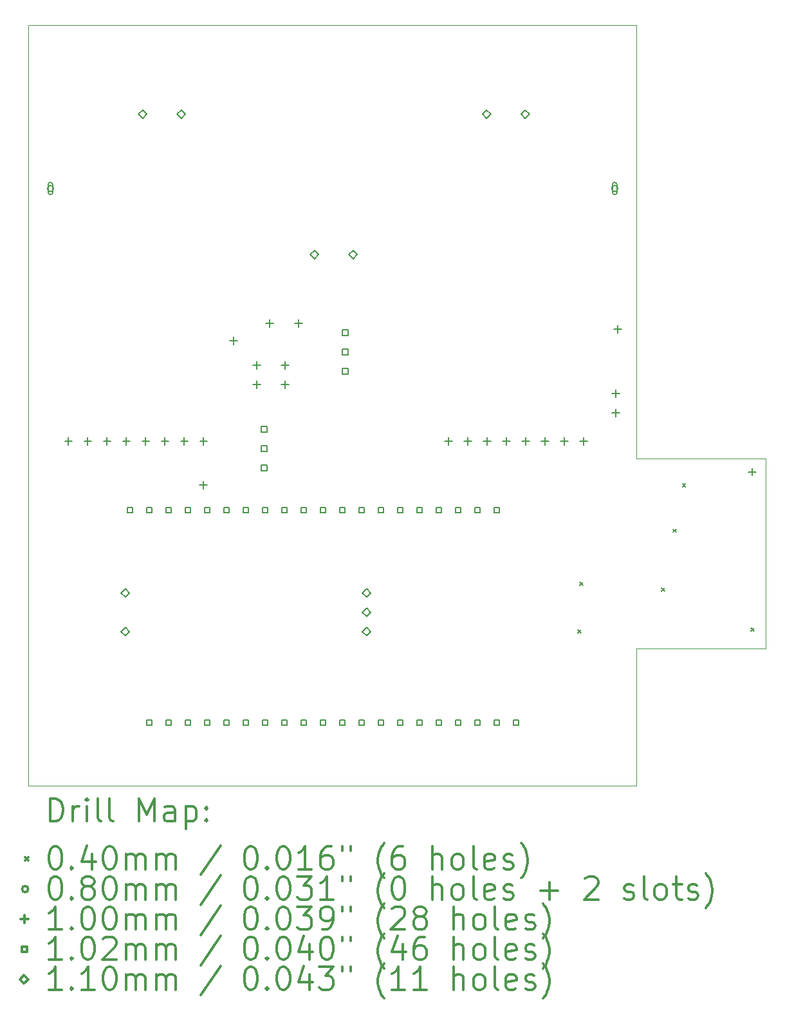
<source format=gbr>
%FSLAX45Y45*%
G04 Gerber Fmt 4.5, Leading zero omitted, Abs format (unit mm)*
G04 Created by KiCad (PCBNEW 5.1.5+dfsg1-2build2) date 2020-11-16 19:45:47*
%MOMM*%
%LPD*%
G04 APERTURE LIST*
%TA.AperFunction,Profile*%
%ADD10C,0.100000*%
%TD*%
%ADD11C,0.200000*%
%ADD12C,0.300000*%
G04 APERTURE END LIST*
D10*
X8000000Y10000000D02*
X8000000Y4300000D01*
X0Y10000000D02*
X8000000Y10000000D01*
X0Y0D02*
X0Y10000000D01*
X8000000Y4300000D02*
X9700000Y4300000D01*
X9700000Y1800000D02*
X9700000Y4300000D01*
X8000000Y1800000D02*
X9700000Y1800000D01*
X8000000Y0D02*
X8000000Y1800000D01*
X0Y0D02*
X8000000Y0D01*
D11*
X7230000Y2045000D02*
X7270000Y2005000D01*
X7270000Y2045000D02*
X7230000Y2005000D01*
X7255000Y2670000D02*
X7295000Y2630000D01*
X7295000Y2670000D02*
X7255000Y2630000D01*
X8330000Y2595000D02*
X8370000Y2555000D01*
X8370000Y2595000D02*
X8330000Y2555000D01*
X8480000Y3370000D02*
X8520000Y3330000D01*
X8520000Y3370000D02*
X8480000Y3330000D01*
X8605000Y3970000D02*
X8645000Y3930000D01*
X8645000Y3970000D02*
X8605000Y3930000D01*
X9505000Y2070000D02*
X9545000Y2030000D01*
X9545000Y2070000D02*
X9505000Y2030000D01*
X327500Y7850000D02*
G75*
G03X327500Y7850000I-40000J0D01*
G01*
X317500Y7800000D02*
X317500Y7900000D01*
X257500Y7800000D02*
X257500Y7900000D01*
X317500Y7900000D02*
G75*
G03X257500Y7900000I-30000J0D01*
G01*
X257500Y7800000D02*
G75*
G03X317500Y7800000I30000J0D01*
G01*
X7752500Y7850000D02*
G75*
G03X7752500Y7850000I-40000J0D01*
G01*
X7742500Y7800000D02*
X7742500Y7900000D01*
X7682500Y7800000D02*
X7682500Y7900000D01*
X7742500Y7900000D02*
G75*
G03X7682500Y7900000I-30000J0D01*
G01*
X7682500Y7800000D02*
G75*
G03X7742500Y7800000I30000J0D01*
G01*
X2300000Y4000000D02*
X2300000Y3900000D01*
X2250000Y3950000D02*
X2350000Y3950000D01*
X525000Y4575000D02*
X525000Y4475000D01*
X475000Y4525000D02*
X575000Y4525000D01*
X779000Y4575000D02*
X779000Y4475000D01*
X729000Y4525000D02*
X829000Y4525000D01*
X1033000Y4575000D02*
X1033000Y4475000D01*
X983000Y4525000D02*
X1083000Y4525000D01*
X1287000Y4575000D02*
X1287000Y4475000D01*
X1237000Y4525000D02*
X1337000Y4525000D01*
X1541000Y4575000D02*
X1541000Y4475000D01*
X1491000Y4525000D02*
X1591000Y4525000D01*
X1795000Y4575000D02*
X1795000Y4475000D01*
X1745000Y4525000D02*
X1845000Y4525000D01*
X2049000Y4575000D02*
X2049000Y4475000D01*
X1999000Y4525000D02*
X2099000Y4525000D01*
X2303000Y4575000D02*
X2303000Y4475000D01*
X2253000Y4525000D02*
X2353000Y4525000D01*
X3550000Y6125000D02*
X3550000Y6025000D01*
X3500000Y6075000D02*
X3600000Y6075000D01*
X2700000Y5900000D02*
X2700000Y5800000D01*
X2650000Y5850000D02*
X2750000Y5850000D01*
X3175000Y6125000D02*
X3175000Y6025000D01*
X3125000Y6075000D02*
X3225000Y6075000D01*
X9525000Y4175000D02*
X9525000Y4075000D01*
X9475000Y4125000D02*
X9575000Y4125000D01*
X3375000Y5575000D02*
X3375000Y5475000D01*
X3325000Y5525000D02*
X3425000Y5525000D01*
X3375000Y5321000D02*
X3375000Y5221000D01*
X3325000Y5271000D02*
X3425000Y5271000D01*
X5525000Y4575000D02*
X5525000Y4475000D01*
X5475000Y4525000D02*
X5575000Y4525000D01*
X5779000Y4575000D02*
X5779000Y4475000D01*
X5729000Y4525000D02*
X5829000Y4525000D01*
X6033000Y4575000D02*
X6033000Y4475000D01*
X5983000Y4525000D02*
X6083000Y4525000D01*
X6287000Y4575000D02*
X6287000Y4475000D01*
X6237000Y4525000D02*
X6337000Y4525000D01*
X6541000Y4575000D02*
X6541000Y4475000D01*
X6491000Y4525000D02*
X6591000Y4525000D01*
X6795000Y4575000D02*
X6795000Y4475000D01*
X6745000Y4525000D02*
X6845000Y4525000D01*
X7049000Y4575000D02*
X7049000Y4475000D01*
X6999000Y4525000D02*
X7099000Y4525000D01*
X7303000Y4575000D02*
X7303000Y4475000D01*
X7253000Y4525000D02*
X7353000Y4525000D01*
X7750000Y6050000D02*
X7750000Y5950000D01*
X7700000Y6000000D02*
X7800000Y6000000D01*
X3000000Y5575000D02*
X3000000Y5475000D01*
X2950000Y5525000D02*
X3050000Y5525000D01*
X3000000Y5321000D02*
X3000000Y5221000D01*
X2950000Y5271000D02*
X3050000Y5271000D01*
X7725000Y5204000D02*
X7725000Y5104000D01*
X7675000Y5154000D02*
X7775000Y5154000D01*
X7725000Y4950000D02*
X7725000Y4850000D01*
X7675000Y4900000D02*
X7775000Y4900000D01*
X4202921Y5918079D02*
X4202921Y5989921D01*
X4131079Y5989921D01*
X4131079Y5918079D01*
X4202921Y5918079D01*
X4202921Y5664079D02*
X4202921Y5735921D01*
X4131079Y5735921D01*
X4131079Y5664079D01*
X4202921Y5664079D01*
X4202921Y5410079D02*
X4202921Y5481921D01*
X4131079Y5481921D01*
X4131079Y5410079D01*
X4202921Y5410079D01*
X1368921Y3586079D02*
X1368921Y3657921D01*
X1297079Y3657921D01*
X1297079Y3586079D01*
X1368921Y3586079D01*
X1622921Y3586079D02*
X1622921Y3657921D01*
X1551079Y3657921D01*
X1551079Y3586079D01*
X1622921Y3586079D01*
X1622921Y792079D02*
X1622921Y863921D01*
X1551079Y863921D01*
X1551079Y792079D01*
X1622921Y792079D01*
X1876921Y3586079D02*
X1876921Y3657921D01*
X1805079Y3657921D01*
X1805079Y3586079D01*
X1876921Y3586079D01*
X1876921Y792079D02*
X1876921Y863921D01*
X1805079Y863921D01*
X1805079Y792079D01*
X1876921Y792079D01*
X2130921Y3586079D02*
X2130921Y3657921D01*
X2059079Y3657921D01*
X2059079Y3586079D01*
X2130921Y3586079D01*
X2130921Y792079D02*
X2130921Y863921D01*
X2059079Y863921D01*
X2059079Y792079D01*
X2130921Y792079D01*
X2384921Y3586079D02*
X2384921Y3657921D01*
X2313079Y3657921D01*
X2313079Y3586079D01*
X2384921Y3586079D01*
X2384921Y792079D02*
X2384921Y863921D01*
X2313079Y863921D01*
X2313079Y792079D01*
X2384921Y792079D01*
X2638921Y3586079D02*
X2638921Y3657921D01*
X2567079Y3657921D01*
X2567079Y3586079D01*
X2638921Y3586079D01*
X2638921Y792079D02*
X2638921Y863921D01*
X2567079Y863921D01*
X2567079Y792079D01*
X2638921Y792079D01*
X2892921Y3586079D02*
X2892921Y3657921D01*
X2821079Y3657921D01*
X2821079Y3586079D01*
X2892921Y3586079D01*
X2892921Y792079D02*
X2892921Y863921D01*
X2821079Y863921D01*
X2821079Y792079D01*
X2892921Y792079D01*
X3146921Y3586079D02*
X3146921Y3657921D01*
X3075079Y3657921D01*
X3075079Y3586079D01*
X3146921Y3586079D01*
X3146921Y792079D02*
X3146921Y863921D01*
X3075079Y863921D01*
X3075079Y792079D01*
X3146921Y792079D01*
X3400921Y3586079D02*
X3400921Y3657921D01*
X3329079Y3657921D01*
X3329079Y3586079D01*
X3400921Y3586079D01*
X3400921Y792079D02*
X3400921Y863921D01*
X3329079Y863921D01*
X3329079Y792079D01*
X3400921Y792079D01*
X3654921Y3586079D02*
X3654921Y3657921D01*
X3583079Y3657921D01*
X3583079Y3586079D01*
X3654921Y3586079D01*
X3654921Y792079D02*
X3654921Y863921D01*
X3583079Y863921D01*
X3583079Y792079D01*
X3654921Y792079D01*
X3908921Y3586079D02*
X3908921Y3657921D01*
X3837079Y3657921D01*
X3837079Y3586079D01*
X3908921Y3586079D01*
X3908921Y792079D02*
X3908921Y863921D01*
X3837079Y863921D01*
X3837079Y792079D01*
X3908921Y792079D01*
X4162921Y3586079D02*
X4162921Y3657921D01*
X4091079Y3657921D01*
X4091079Y3586079D01*
X4162921Y3586079D01*
X4162921Y792079D02*
X4162921Y863921D01*
X4091079Y863921D01*
X4091079Y792079D01*
X4162921Y792079D01*
X4416921Y3586079D02*
X4416921Y3657921D01*
X4345079Y3657921D01*
X4345079Y3586079D01*
X4416921Y3586079D01*
X4416921Y792079D02*
X4416921Y863921D01*
X4345079Y863921D01*
X4345079Y792079D01*
X4416921Y792079D01*
X4670921Y3586079D02*
X4670921Y3657921D01*
X4599079Y3657921D01*
X4599079Y3586079D01*
X4670921Y3586079D01*
X4670921Y792079D02*
X4670921Y863921D01*
X4599079Y863921D01*
X4599079Y792079D01*
X4670921Y792079D01*
X4924921Y3586079D02*
X4924921Y3657921D01*
X4853079Y3657921D01*
X4853079Y3586079D01*
X4924921Y3586079D01*
X4924921Y792079D02*
X4924921Y863921D01*
X4853079Y863921D01*
X4853079Y792079D01*
X4924921Y792079D01*
X5178921Y3586079D02*
X5178921Y3657921D01*
X5107079Y3657921D01*
X5107079Y3586079D01*
X5178921Y3586079D01*
X5178921Y792079D02*
X5178921Y863921D01*
X5107079Y863921D01*
X5107079Y792079D01*
X5178921Y792079D01*
X5432921Y3586079D02*
X5432921Y3657921D01*
X5361079Y3657921D01*
X5361079Y3586079D01*
X5432921Y3586079D01*
X5432921Y792079D02*
X5432921Y863921D01*
X5361079Y863921D01*
X5361079Y792079D01*
X5432921Y792079D01*
X5686921Y3586079D02*
X5686921Y3657921D01*
X5615079Y3657921D01*
X5615079Y3586079D01*
X5686921Y3586079D01*
X5686921Y792079D02*
X5686921Y863921D01*
X5615079Y863921D01*
X5615079Y792079D01*
X5686921Y792079D01*
X5940921Y3586079D02*
X5940921Y3657921D01*
X5869079Y3657921D01*
X5869079Y3586079D01*
X5940921Y3586079D01*
X5940921Y792079D02*
X5940921Y863921D01*
X5869079Y863921D01*
X5869079Y792079D01*
X5940921Y792079D01*
X6194921Y3586079D02*
X6194921Y3657921D01*
X6123079Y3657921D01*
X6123079Y3586079D01*
X6194921Y3586079D01*
X6194921Y792079D02*
X6194921Y863921D01*
X6123079Y863921D01*
X6123079Y792079D01*
X6194921Y792079D01*
X6448921Y792079D02*
X6448921Y863921D01*
X6377079Y863921D01*
X6377079Y792079D01*
X6448921Y792079D01*
X3135921Y4647079D02*
X3135921Y4718921D01*
X3064079Y4718921D01*
X3064079Y4647079D01*
X3135921Y4647079D01*
X3135921Y4393079D02*
X3135921Y4464921D01*
X3064079Y4464921D01*
X3064079Y4393079D01*
X3135921Y4393079D01*
X3135921Y4139079D02*
X3135921Y4210921D01*
X3064079Y4210921D01*
X3064079Y4139079D01*
X3135921Y4139079D01*
X3762500Y6924000D02*
X3817500Y6979000D01*
X3762500Y7034000D01*
X3707500Y6979000D01*
X3762500Y6924000D01*
X4270500Y6924000D02*
X4325500Y6979000D01*
X4270500Y7034000D01*
X4215500Y6979000D01*
X4270500Y6924000D01*
X6025000Y8770000D02*
X6080000Y8825000D01*
X6025000Y8880000D01*
X5970000Y8825000D01*
X6025000Y8770000D01*
X6533000Y8770000D02*
X6588000Y8825000D01*
X6533000Y8880000D01*
X6478000Y8825000D01*
X6533000Y8770000D01*
X1275000Y2478000D02*
X1330000Y2533000D01*
X1275000Y2588000D01*
X1220000Y2533000D01*
X1275000Y2478000D01*
X1275000Y1970000D02*
X1330000Y2025000D01*
X1275000Y2080000D01*
X1220000Y2025000D01*
X1275000Y1970000D01*
X1500000Y8770000D02*
X1555000Y8825000D01*
X1500000Y8880000D01*
X1445000Y8825000D01*
X1500000Y8770000D01*
X2008000Y8770000D02*
X2063000Y8825000D01*
X2008000Y8880000D01*
X1953000Y8825000D01*
X2008000Y8770000D01*
X4450000Y2478000D02*
X4505000Y2533000D01*
X4450000Y2588000D01*
X4395000Y2533000D01*
X4450000Y2478000D01*
X4450000Y2224000D02*
X4505000Y2279000D01*
X4450000Y2334000D01*
X4395000Y2279000D01*
X4450000Y2224000D01*
X4450000Y1970000D02*
X4505000Y2025000D01*
X4450000Y2080000D01*
X4395000Y2025000D01*
X4450000Y1970000D01*
D12*
X281428Y-470714D02*
X281428Y-170714D01*
X352857Y-170714D01*
X395714Y-185000D01*
X424286Y-213571D01*
X438571Y-242143D01*
X452857Y-299286D01*
X452857Y-342143D01*
X438571Y-399286D01*
X424286Y-427857D01*
X395714Y-456429D01*
X352857Y-470714D01*
X281428Y-470714D01*
X581428Y-470714D02*
X581428Y-270714D01*
X581428Y-327857D02*
X595714Y-299286D01*
X610000Y-285000D01*
X638571Y-270714D01*
X667143Y-270714D01*
X767143Y-470714D02*
X767143Y-270714D01*
X767143Y-170714D02*
X752857Y-185000D01*
X767143Y-199286D01*
X781428Y-185000D01*
X767143Y-170714D01*
X767143Y-199286D01*
X952857Y-470714D02*
X924286Y-456429D01*
X910000Y-427857D01*
X910000Y-170714D01*
X1110000Y-470714D02*
X1081428Y-456429D01*
X1067143Y-427857D01*
X1067143Y-170714D01*
X1452857Y-470714D02*
X1452857Y-170714D01*
X1552857Y-385000D01*
X1652857Y-170714D01*
X1652857Y-470714D01*
X1924286Y-470714D02*
X1924286Y-313572D01*
X1910000Y-285000D01*
X1881428Y-270714D01*
X1824286Y-270714D01*
X1795714Y-285000D01*
X1924286Y-456429D02*
X1895714Y-470714D01*
X1824286Y-470714D01*
X1795714Y-456429D01*
X1781428Y-427857D01*
X1781428Y-399286D01*
X1795714Y-370714D01*
X1824286Y-356429D01*
X1895714Y-356429D01*
X1924286Y-342143D01*
X2067143Y-270714D02*
X2067143Y-570714D01*
X2067143Y-285000D02*
X2095714Y-270714D01*
X2152857Y-270714D01*
X2181428Y-285000D01*
X2195714Y-299286D01*
X2210000Y-327857D01*
X2210000Y-413571D01*
X2195714Y-442143D01*
X2181428Y-456429D01*
X2152857Y-470714D01*
X2095714Y-470714D01*
X2067143Y-456429D01*
X2338571Y-442143D02*
X2352857Y-456429D01*
X2338571Y-470714D01*
X2324286Y-456429D01*
X2338571Y-442143D01*
X2338571Y-470714D01*
X2338571Y-285000D02*
X2352857Y-299286D01*
X2338571Y-313572D01*
X2324286Y-299286D01*
X2338571Y-285000D01*
X2338571Y-313572D01*
X-45000Y-945000D02*
X-5000Y-985000D01*
X-5000Y-945000D02*
X-45000Y-985000D01*
X338571Y-800714D02*
X367143Y-800714D01*
X395714Y-815000D01*
X410000Y-829286D01*
X424286Y-857857D01*
X438571Y-915000D01*
X438571Y-986429D01*
X424286Y-1043571D01*
X410000Y-1072143D01*
X395714Y-1086429D01*
X367143Y-1100714D01*
X338571Y-1100714D01*
X310000Y-1086429D01*
X295714Y-1072143D01*
X281428Y-1043571D01*
X267143Y-986429D01*
X267143Y-915000D01*
X281428Y-857857D01*
X295714Y-829286D01*
X310000Y-815000D01*
X338571Y-800714D01*
X567143Y-1072143D02*
X581428Y-1086429D01*
X567143Y-1100714D01*
X552857Y-1086429D01*
X567143Y-1072143D01*
X567143Y-1100714D01*
X838571Y-900714D02*
X838571Y-1100714D01*
X767143Y-786429D02*
X695714Y-1000714D01*
X881428Y-1000714D01*
X1052857Y-800714D02*
X1081428Y-800714D01*
X1110000Y-815000D01*
X1124286Y-829286D01*
X1138571Y-857857D01*
X1152857Y-915000D01*
X1152857Y-986429D01*
X1138571Y-1043571D01*
X1124286Y-1072143D01*
X1110000Y-1086429D01*
X1081428Y-1100714D01*
X1052857Y-1100714D01*
X1024286Y-1086429D01*
X1010000Y-1072143D01*
X995714Y-1043571D01*
X981428Y-986429D01*
X981428Y-915000D01*
X995714Y-857857D01*
X1010000Y-829286D01*
X1024286Y-815000D01*
X1052857Y-800714D01*
X1281428Y-1100714D02*
X1281428Y-900714D01*
X1281428Y-929286D02*
X1295714Y-915000D01*
X1324286Y-900714D01*
X1367143Y-900714D01*
X1395714Y-915000D01*
X1410000Y-943571D01*
X1410000Y-1100714D01*
X1410000Y-943571D02*
X1424286Y-915000D01*
X1452857Y-900714D01*
X1495714Y-900714D01*
X1524286Y-915000D01*
X1538571Y-943571D01*
X1538571Y-1100714D01*
X1681428Y-1100714D02*
X1681428Y-900714D01*
X1681428Y-929286D02*
X1695714Y-915000D01*
X1724286Y-900714D01*
X1767143Y-900714D01*
X1795714Y-915000D01*
X1810000Y-943571D01*
X1810000Y-1100714D01*
X1810000Y-943571D02*
X1824286Y-915000D01*
X1852857Y-900714D01*
X1895714Y-900714D01*
X1924286Y-915000D01*
X1938571Y-943571D01*
X1938571Y-1100714D01*
X2524286Y-786429D02*
X2267143Y-1172143D01*
X2910000Y-800714D02*
X2938571Y-800714D01*
X2967143Y-815000D01*
X2981428Y-829286D01*
X2995714Y-857857D01*
X3010000Y-915000D01*
X3010000Y-986429D01*
X2995714Y-1043571D01*
X2981428Y-1072143D01*
X2967143Y-1086429D01*
X2938571Y-1100714D01*
X2910000Y-1100714D01*
X2881428Y-1086429D01*
X2867143Y-1072143D01*
X2852857Y-1043571D01*
X2838571Y-986429D01*
X2838571Y-915000D01*
X2852857Y-857857D01*
X2867143Y-829286D01*
X2881428Y-815000D01*
X2910000Y-800714D01*
X3138571Y-1072143D02*
X3152857Y-1086429D01*
X3138571Y-1100714D01*
X3124286Y-1086429D01*
X3138571Y-1072143D01*
X3138571Y-1100714D01*
X3338571Y-800714D02*
X3367143Y-800714D01*
X3395714Y-815000D01*
X3410000Y-829286D01*
X3424286Y-857857D01*
X3438571Y-915000D01*
X3438571Y-986429D01*
X3424286Y-1043571D01*
X3410000Y-1072143D01*
X3395714Y-1086429D01*
X3367143Y-1100714D01*
X3338571Y-1100714D01*
X3310000Y-1086429D01*
X3295714Y-1072143D01*
X3281428Y-1043571D01*
X3267143Y-986429D01*
X3267143Y-915000D01*
X3281428Y-857857D01*
X3295714Y-829286D01*
X3310000Y-815000D01*
X3338571Y-800714D01*
X3724286Y-1100714D02*
X3552857Y-1100714D01*
X3638571Y-1100714D02*
X3638571Y-800714D01*
X3610000Y-843571D01*
X3581428Y-872143D01*
X3552857Y-886429D01*
X3981428Y-800714D02*
X3924286Y-800714D01*
X3895714Y-815000D01*
X3881428Y-829286D01*
X3852857Y-872143D01*
X3838571Y-929286D01*
X3838571Y-1043571D01*
X3852857Y-1072143D01*
X3867143Y-1086429D01*
X3895714Y-1100714D01*
X3952857Y-1100714D01*
X3981428Y-1086429D01*
X3995714Y-1072143D01*
X4010000Y-1043571D01*
X4010000Y-972143D01*
X3995714Y-943571D01*
X3981428Y-929286D01*
X3952857Y-915000D01*
X3895714Y-915000D01*
X3867143Y-929286D01*
X3852857Y-943571D01*
X3838571Y-972143D01*
X4124286Y-800714D02*
X4124286Y-857857D01*
X4238571Y-800714D02*
X4238571Y-857857D01*
X4681428Y-1215000D02*
X4667143Y-1200714D01*
X4638571Y-1157857D01*
X4624286Y-1129286D01*
X4610000Y-1086429D01*
X4595714Y-1015000D01*
X4595714Y-957857D01*
X4610000Y-886429D01*
X4624286Y-843571D01*
X4638571Y-815000D01*
X4667143Y-772143D01*
X4681428Y-757857D01*
X4924286Y-800714D02*
X4867143Y-800714D01*
X4838571Y-815000D01*
X4824286Y-829286D01*
X4795714Y-872143D01*
X4781428Y-929286D01*
X4781428Y-1043571D01*
X4795714Y-1072143D01*
X4810000Y-1086429D01*
X4838571Y-1100714D01*
X4895714Y-1100714D01*
X4924286Y-1086429D01*
X4938571Y-1072143D01*
X4952857Y-1043571D01*
X4952857Y-972143D01*
X4938571Y-943571D01*
X4924286Y-929286D01*
X4895714Y-915000D01*
X4838571Y-915000D01*
X4810000Y-929286D01*
X4795714Y-943571D01*
X4781428Y-972143D01*
X5310000Y-1100714D02*
X5310000Y-800714D01*
X5438571Y-1100714D02*
X5438571Y-943571D01*
X5424286Y-915000D01*
X5395714Y-900714D01*
X5352857Y-900714D01*
X5324286Y-915000D01*
X5310000Y-929286D01*
X5624286Y-1100714D02*
X5595714Y-1086429D01*
X5581428Y-1072143D01*
X5567143Y-1043571D01*
X5567143Y-957857D01*
X5581428Y-929286D01*
X5595714Y-915000D01*
X5624286Y-900714D01*
X5667143Y-900714D01*
X5695714Y-915000D01*
X5710000Y-929286D01*
X5724286Y-957857D01*
X5724286Y-1043571D01*
X5710000Y-1072143D01*
X5695714Y-1086429D01*
X5667143Y-1100714D01*
X5624286Y-1100714D01*
X5895714Y-1100714D02*
X5867143Y-1086429D01*
X5852857Y-1057857D01*
X5852857Y-800714D01*
X6124286Y-1086429D02*
X6095714Y-1100714D01*
X6038571Y-1100714D01*
X6010000Y-1086429D01*
X5995714Y-1057857D01*
X5995714Y-943571D01*
X6010000Y-915000D01*
X6038571Y-900714D01*
X6095714Y-900714D01*
X6124286Y-915000D01*
X6138571Y-943571D01*
X6138571Y-972143D01*
X5995714Y-1000714D01*
X6252857Y-1086429D02*
X6281428Y-1100714D01*
X6338571Y-1100714D01*
X6367143Y-1086429D01*
X6381428Y-1057857D01*
X6381428Y-1043571D01*
X6367143Y-1015000D01*
X6338571Y-1000714D01*
X6295714Y-1000714D01*
X6267143Y-986429D01*
X6252857Y-957857D01*
X6252857Y-943571D01*
X6267143Y-915000D01*
X6295714Y-900714D01*
X6338571Y-900714D01*
X6367143Y-915000D01*
X6481428Y-1215000D02*
X6495714Y-1200714D01*
X6524286Y-1157857D01*
X6538571Y-1129286D01*
X6552857Y-1086429D01*
X6567143Y-1015000D01*
X6567143Y-957857D01*
X6552857Y-886429D01*
X6538571Y-843571D01*
X6524286Y-815000D01*
X6495714Y-772143D01*
X6481428Y-757857D01*
X-5000Y-1361000D02*
G75*
G03X-5000Y-1361000I-40000J0D01*
G01*
X338571Y-1196714D02*
X367143Y-1196714D01*
X395714Y-1211000D01*
X410000Y-1225286D01*
X424286Y-1253857D01*
X438571Y-1311000D01*
X438571Y-1382429D01*
X424286Y-1439571D01*
X410000Y-1468143D01*
X395714Y-1482429D01*
X367143Y-1496714D01*
X338571Y-1496714D01*
X310000Y-1482429D01*
X295714Y-1468143D01*
X281428Y-1439571D01*
X267143Y-1382429D01*
X267143Y-1311000D01*
X281428Y-1253857D01*
X295714Y-1225286D01*
X310000Y-1211000D01*
X338571Y-1196714D01*
X567143Y-1468143D02*
X581428Y-1482429D01*
X567143Y-1496714D01*
X552857Y-1482429D01*
X567143Y-1468143D01*
X567143Y-1496714D01*
X752857Y-1325286D02*
X724286Y-1311000D01*
X710000Y-1296714D01*
X695714Y-1268143D01*
X695714Y-1253857D01*
X710000Y-1225286D01*
X724286Y-1211000D01*
X752857Y-1196714D01*
X810000Y-1196714D01*
X838571Y-1211000D01*
X852857Y-1225286D01*
X867143Y-1253857D01*
X867143Y-1268143D01*
X852857Y-1296714D01*
X838571Y-1311000D01*
X810000Y-1325286D01*
X752857Y-1325286D01*
X724286Y-1339572D01*
X710000Y-1353857D01*
X695714Y-1382429D01*
X695714Y-1439571D01*
X710000Y-1468143D01*
X724286Y-1482429D01*
X752857Y-1496714D01*
X810000Y-1496714D01*
X838571Y-1482429D01*
X852857Y-1468143D01*
X867143Y-1439571D01*
X867143Y-1382429D01*
X852857Y-1353857D01*
X838571Y-1339572D01*
X810000Y-1325286D01*
X1052857Y-1196714D02*
X1081428Y-1196714D01*
X1110000Y-1211000D01*
X1124286Y-1225286D01*
X1138571Y-1253857D01*
X1152857Y-1311000D01*
X1152857Y-1382429D01*
X1138571Y-1439571D01*
X1124286Y-1468143D01*
X1110000Y-1482429D01*
X1081428Y-1496714D01*
X1052857Y-1496714D01*
X1024286Y-1482429D01*
X1010000Y-1468143D01*
X995714Y-1439571D01*
X981428Y-1382429D01*
X981428Y-1311000D01*
X995714Y-1253857D01*
X1010000Y-1225286D01*
X1024286Y-1211000D01*
X1052857Y-1196714D01*
X1281428Y-1496714D02*
X1281428Y-1296714D01*
X1281428Y-1325286D02*
X1295714Y-1311000D01*
X1324286Y-1296714D01*
X1367143Y-1296714D01*
X1395714Y-1311000D01*
X1410000Y-1339572D01*
X1410000Y-1496714D01*
X1410000Y-1339572D02*
X1424286Y-1311000D01*
X1452857Y-1296714D01*
X1495714Y-1296714D01*
X1524286Y-1311000D01*
X1538571Y-1339572D01*
X1538571Y-1496714D01*
X1681428Y-1496714D02*
X1681428Y-1296714D01*
X1681428Y-1325286D02*
X1695714Y-1311000D01*
X1724286Y-1296714D01*
X1767143Y-1296714D01*
X1795714Y-1311000D01*
X1810000Y-1339572D01*
X1810000Y-1496714D01*
X1810000Y-1339572D02*
X1824286Y-1311000D01*
X1852857Y-1296714D01*
X1895714Y-1296714D01*
X1924286Y-1311000D01*
X1938571Y-1339572D01*
X1938571Y-1496714D01*
X2524286Y-1182429D02*
X2267143Y-1568143D01*
X2910000Y-1196714D02*
X2938571Y-1196714D01*
X2967143Y-1211000D01*
X2981428Y-1225286D01*
X2995714Y-1253857D01*
X3010000Y-1311000D01*
X3010000Y-1382429D01*
X2995714Y-1439571D01*
X2981428Y-1468143D01*
X2967143Y-1482429D01*
X2938571Y-1496714D01*
X2910000Y-1496714D01*
X2881428Y-1482429D01*
X2867143Y-1468143D01*
X2852857Y-1439571D01*
X2838571Y-1382429D01*
X2838571Y-1311000D01*
X2852857Y-1253857D01*
X2867143Y-1225286D01*
X2881428Y-1211000D01*
X2910000Y-1196714D01*
X3138571Y-1468143D02*
X3152857Y-1482429D01*
X3138571Y-1496714D01*
X3124286Y-1482429D01*
X3138571Y-1468143D01*
X3138571Y-1496714D01*
X3338571Y-1196714D02*
X3367143Y-1196714D01*
X3395714Y-1211000D01*
X3410000Y-1225286D01*
X3424286Y-1253857D01*
X3438571Y-1311000D01*
X3438571Y-1382429D01*
X3424286Y-1439571D01*
X3410000Y-1468143D01*
X3395714Y-1482429D01*
X3367143Y-1496714D01*
X3338571Y-1496714D01*
X3310000Y-1482429D01*
X3295714Y-1468143D01*
X3281428Y-1439571D01*
X3267143Y-1382429D01*
X3267143Y-1311000D01*
X3281428Y-1253857D01*
X3295714Y-1225286D01*
X3310000Y-1211000D01*
X3338571Y-1196714D01*
X3538571Y-1196714D02*
X3724286Y-1196714D01*
X3624286Y-1311000D01*
X3667143Y-1311000D01*
X3695714Y-1325286D01*
X3710000Y-1339572D01*
X3724286Y-1368143D01*
X3724286Y-1439571D01*
X3710000Y-1468143D01*
X3695714Y-1482429D01*
X3667143Y-1496714D01*
X3581428Y-1496714D01*
X3552857Y-1482429D01*
X3538571Y-1468143D01*
X4010000Y-1496714D02*
X3838571Y-1496714D01*
X3924286Y-1496714D02*
X3924286Y-1196714D01*
X3895714Y-1239572D01*
X3867143Y-1268143D01*
X3838571Y-1282429D01*
X4124286Y-1196714D02*
X4124286Y-1253857D01*
X4238571Y-1196714D02*
X4238571Y-1253857D01*
X4681428Y-1611000D02*
X4667143Y-1596714D01*
X4638571Y-1553857D01*
X4624286Y-1525286D01*
X4610000Y-1482429D01*
X4595714Y-1411000D01*
X4595714Y-1353857D01*
X4610000Y-1282429D01*
X4624286Y-1239572D01*
X4638571Y-1211000D01*
X4667143Y-1168143D01*
X4681428Y-1153857D01*
X4852857Y-1196714D02*
X4881428Y-1196714D01*
X4910000Y-1211000D01*
X4924286Y-1225286D01*
X4938571Y-1253857D01*
X4952857Y-1311000D01*
X4952857Y-1382429D01*
X4938571Y-1439571D01*
X4924286Y-1468143D01*
X4910000Y-1482429D01*
X4881428Y-1496714D01*
X4852857Y-1496714D01*
X4824286Y-1482429D01*
X4810000Y-1468143D01*
X4795714Y-1439571D01*
X4781428Y-1382429D01*
X4781428Y-1311000D01*
X4795714Y-1253857D01*
X4810000Y-1225286D01*
X4824286Y-1211000D01*
X4852857Y-1196714D01*
X5310000Y-1496714D02*
X5310000Y-1196714D01*
X5438571Y-1496714D02*
X5438571Y-1339572D01*
X5424286Y-1311000D01*
X5395714Y-1296714D01*
X5352857Y-1296714D01*
X5324286Y-1311000D01*
X5310000Y-1325286D01*
X5624286Y-1496714D02*
X5595714Y-1482429D01*
X5581428Y-1468143D01*
X5567143Y-1439571D01*
X5567143Y-1353857D01*
X5581428Y-1325286D01*
X5595714Y-1311000D01*
X5624286Y-1296714D01*
X5667143Y-1296714D01*
X5695714Y-1311000D01*
X5710000Y-1325286D01*
X5724286Y-1353857D01*
X5724286Y-1439571D01*
X5710000Y-1468143D01*
X5695714Y-1482429D01*
X5667143Y-1496714D01*
X5624286Y-1496714D01*
X5895714Y-1496714D02*
X5867143Y-1482429D01*
X5852857Y-1453857D01*
X5852857Y-1196714D01*
X6124286Y-1482429D02*
X6095714Y-1496714D01*
X6038571Y-1496714D01*
X6010000Y-1482429D01*
X5995714Y-1453857D01*
X5995714Y-1339572D01*
X6010000Y-1311000D01*
X6038571Y-1296714D01*
X6095714Y-1296714D01*
X6124286Y-1311000D01*
X6138571Y-1339572D01*
X6138571Y-1368143D01*
X5995714Y-1396714D01*
X6252857Y-1482429D02*
X6281428Y-1496714D01*
X6338571Y-1496714D01*
X6367143Y-1482429D01*
X6381428Y-1453857D01*
X6381428Y-1439571D01*
X6367143Y-1411000D01*
X6338571Y-1396714D01*
X6295714Y-1396714D01*
X6267143Y-1382429D01*
X6252857Y-1353857D01*
X6252857Y-1339572D01*
X6267143Y-1311000D01*
X6295714Y-1296714D01*
X6338571Y-1296714D01*
X6367143Y-1311000D01*
X6738571Y-1382429D02*
X6967143Y-1382429D01*
X6852857Y-1496714D02*
X6852857Y-1268143D01*
X7324286Y-1225286D02*
X7338571Y-1211000D01*
X7367143Y-1196714D01*
X7438571Y-1196714D01*
X7467143Y-1211000D01*
X7481428Y-1225286D01*
X7495714Y-1253857D01*
X7495714Y-1282429D01*
X7481428Y-1325286D01*
X7310000Y-1496714D01*
X7495714Y-1496714D01*
X7838571Y-1482429D02*
X7867143Y-1496714D01*
X7924286Y-1496714D01*
X7952857Y-1482429D01*
X7967143Y-1453857D01*
X7967143Y-1439571D01*
X7952857Y-1411000D01*
X7924286Y-1396714D01*
X7881428Y-1396714D01*
X7852857Y-1382429D01*
X7838571Y-1353857D01*
X7838571Y-1339572D01*
X7852857Y-1311000D01*
X7881428Y-1296714D01*
X7924286Y-1296714D01*
X7952857Y-1311000D01*
X8138571Y-1496714D02*
X8110000Y-1482429D01*
X8095714Y-1453857D01*
X8095714Y-1196714D01*
X8295714Y-1496714D02*
X8267143Y-1482429D01*
X8252857Y-1468143D01*
X8238571Y-1439571D01*
X8238571Y-1353857D01*
X8252857Y-1325286D01*
X8267143Y-1311000D01*
X8295714Y-1296714D01*
X8338571Y-1296714D01*
X8367143Y-1311000D01*
X8381428Y-1325286D01*
X8395714Y-1353857D01*
X8395714Y-1439571D01*
X8381428Y-1468143D01*
X8367143Y-1482429D01*
X8338571Y-1496714D01*
X8295714Y-1496714D01*
X8481428Y-1296714D02*
X8595714Y-1296714D01*
X8524286Y-1196714D02*
X8524286Y-1453857D01*
X8538571Y-1482429D01*
X8567143Y-1496714D01*
X8595714Y-1496714D01*
X8681428Y-1482429D02*
X8710000Y-1496714D01*
X8767143Y-1496714D01*
X8795714Y-1482429D01*
X8810000Y-1453857D01*
X8810000Y-1439571D01*
X8795714Y-1411000D01*
X8767143Y-1396714D01*
X8724286Y-1396714D01*
X8695714Y-1382429D01*
X8681428Y-1353857D01*
X8681428Y-1339572D01*
X8695714Y-1311000D01*
X8724286Y-1296714D01*
X8767143Y-1296714D01*
X8795714Y-1311000D01*
X8910000Y-1611000D02*
X8924286Y-1596714D01*
X8952857Y-1553857D01*
X8967143Y-1525286D01*
X8981428Y-1482429D01*
X8995714Y-1411000D01*
X8995714Y-1353857D01*
X8981428Y-1282429D01*
X8967143Y-1239572D01*
X8952857Y-1211000D01*
X8924286Y-1168143D01*
X8910000Y-1153857D01*
X-55000Y-1707000D02*
X-55000Y-1807000D01*
X-105000Y-1757000D02*
X-5000Y-1757000D01*
X438571Y-1892714D02*
X267143Y-1892714D01*
X352857Y-1892714D02*
X352857Y-1592714D01*
X324286Y-1635571D01*
X295714Y-1664143D01*
X267143Y-1678429D01*
X567143Y-1864143D02*
X581428Y-1878429D01*
X567143Y-1892714D01*
X552857Y-1878429D01*
X567143Y-1864143D01*
X567143Y-1892714D01*
X767143Y-1592714D02*
X795714Y-1592714D01*
X824286Y-1607000D01*
X838571Y-1621286D01*
X852857Y-1649857D01*
X867143Y-1707000D01*
X867143Y-1778429D01*
X852857Y-1835571D01*
X838571Y-1864143D01*
X824286Y-1878429D01*
X795714Y-1892714D01*
X767143Y-1892714D01*
X738571Y-1878429D01*
X724286Y-1864143D01*
X710000Y-1835571D01*
X695714Y-1778429D01*
X695714Y-1707000D01*
X710000Y-1649857D01*
X724286Y-1621286D01*
X738571Y-1607000D01*
X767143Y-1592714D01*
X1052857Y-1592714D02*
X1081428Y-1592714D01*
X1110000Y-1607000D01*
X1124286Y-1621286D01*
X1138571Y-1649857D01*
X1152857Y-1707000D01*
X1152857Y-1778429D01*
X1138571Y-1835571D01*
X1124286Y-1864143D01*
X1110000Y-1878429D01*
X1081428Y-1892714D01*
X1052857Y-1892714D01*
X1024286Y-1878429D01*
X1010000Y-1864143D01*
X995714Y-1835571D01*
X981428Y-1778429D01*
X981428Y-1707000D01*
X995714Y-1649857D01*
X1010000Y-1621286D01*
X1024286Y-1607000D01*
X1052857Y-1592714D01*
X1281428Y-1892714D02*
X1281428Y-1692714D01*
X1281428Y-1721286D02*
X1295714Y-1707000D01*
X1324286Y-1692714D01*
X1367143Y-1692714D01*
X1395714Y-1707000D01*
X1410000Y-1735571D01*
X1410000Y-1892714D01*
X1410000Y-1735571D02*
X1424286Y-1707000D01*
X1452857Y-1692714D01*
X1495714Y-1692714D01*
X1524286Y-1707000D01*
X1538571Y-1735571D01*
X1538571Y-1892714D01*
X1681428Y-1892714D02*
X1681428Y-1692714D01*
X1681428Y-1721286D02*
X1695714Y-1707000D01*
X1724286Y-1692714D01*
X1767143Y-1692714D01*
X1795714Y-1707000D01*
X1810000Y-1735571D01*
X1810000Y-1892714D01*
X1810000Y-1735571D02*
X1824286Y-1707000D01*
X1852857Y-1692714D01*
X1895714Y-1692714D01*
X1924286Y-1707000D01*
X1938571Y-1735571D01*
X1938571Y-1892714D01*
X2524286Y-1578429D02*
X2267143Y-1964143D01*
X2910000Y-1592714D02*
X2938571Y-1592714D01*
X2967143Y-1607000D01*
X2981428Y-1621286D01*
X2995714Y-1649857D01*
X3010000Y-1707000D01*
X3010000Y-1778429D01*
X2995714Y-1835571D01*
X2981428Y-1864143D01*
X2967143Y-1878429D01*
X2938571Y-1892714D01*
X2910000Y-1892714D01*
X2881428Y-1878429D01*
X2867143Y-1864143D01*
X2852857Y-1835571D01*
X2838571Y-1778429D01*
X2838571Y-1707000D01*
X2852857Y-1649857D01*
X2867143Y-1621286D01*
X2881428Y-1607000D01*
X2910000Y-1592714D01*
X3138571Y-1864143D02*
X3152857Y-1878429D01*
X3138571Y-1892714D01*
X3124286Y-1878429D01*
X3138571Y-1864143D01*
X3138571Y-1892714D01*
X3338571Y-1592714D02*
X3367143Y-1592714D01*
X3395714Y-1607000D01*
X3410000Y-1621286D01*
X3424286Y-1649857D01*
X3438571Y-1707000D01*
X3438571Y-1778429D01*
X3424286Y-1835571D01*
X3410000Y-1864143D01*
X3395714Y-1878429D01*
X3367143Y-1892714D01*
X3338571Y-1892714D01*
X3310000Y-1878429D01*
X3295714Y-1864143D01*
X3281428Y-1835571D01*
X3267143Y-1778429D01*
X3267143Y-1707000D01*
X3281428Y-1649857D01*
X3295714Y-1621286D01*
X3310000Y-1607000D01*
X3338571Y-1592714D01*
X3538571Y-1592714D02*
X3724286Y-1592714D01*
X3624286Y-1707000D01*
X3667143Y-1707000D01*
X3695714Y-1721286D01*
X3710000Y-1735571D01*
X3724286Y-1764143D01*
X3724286Y-1835571D01*
X3710000Y-1864143D01*
X3695714Y-1878429D01*
X3667143Y-1892714D01*
X3581428Y-1892714D01*
X3552857Y-1878429D01*
X3538571Y-1864143D01*
X3867143Y-1892714D02*
X3924286Y-1892714D01*
X3952857Y-1878429D01*
X3967143Y-1864143D01*
X3995714Y-1821286D01*
X4010000Y-1764143D01*
X4010000Y-1649857D01*
X3995714Y-1621286D01*
X3981428Y-1607000D01*
X3952857Y-1592714D01*
X3895714Y-1592714D01*
X3867143Y-1607000D01*
X3852857Y-1621286D01*
X3838571Y-1649857D01*
X3838571Y-1721286D01*
X3852857Y-1749857D01*
X3867143Y-1764143D01*
X3895714Y-1778429D01*
X3952857Y-1778429D01*
X3981428Y-1764143D01*
X3995714Y-1749857D01*
X4010000Y-1721286D01*
X4124286Y-1592714D02*
X4124286Y-1649857D01*
X4238571Y-1592714D02*
X4238571Y-1649857D01*
X4681428Y-2007000D02*
X4667143Y-1992714D01*
X4638571Y-1949857D01*
X4624286Y-1921286D01*
X4610000Y-1878429D01*
X4595714Y-1807000D01*
X4595714Y-1749857D01*
X4610000Y-1678429D01*
X4624286Y-1635571D01*
X4638571Y-1607000D01*
X4667143Y-1564143D01*
X4681428Y-1549857D01*
X4781428Y-1621286D02*
X4795714Y-1607000D01*
X4824286Y-1592714D01*
X4895714Y-1592714D01*
X4924286Y-1607000D01*
X4938571Y-1621286D01*
X4952857Y-1649857D01*
X4952857Y-1678429D01*
X4938571Y-1721286D01*
X4767143Y-1892714D01*
X4952857Y-1892714D01*
X5124286Y-1721286D02*
X5095714Y-1707000D01*
X5081428Y-1692714D01*
X5067143Y-1664143D01*
X5067143Y-1649857D01*
X5081428Y-1621286D01*
X5095714Y-1607000D01*
X5124286Y-1592714D01*
X5181428Y-1592714D01*
X5210000Y-1607000D01*
X5224286Y-1621286D01*
X5238571Y-1649857D01*
X5238571Y-1664143D01*
X5224286Y-1692714D01*
X5210000Y-1707000D01*
X5181428Y-1721286D01*
X5124286Y-1721286D01*
X5095714Y-1735571D01*
X5081428Y-1749857D01*
X5067143Y-1778429D01*
X5067143Y-1835571D01*
X5081428Y-1864143D01*
X5095714Y-1878429D01*
X5124286Y-1892714D01*
X5181428Y-1892714D01*
X5210000Y-1878429D01*
X5224286Y-1864143D01*
X5238571Y-1835571D01*
X5238571Y-1778429D01*
X5224286Y-1749857D01*
X5210000Y-1735571D01*
X5181428Y-1721286D01*
X5595714Y-1892714D02*
X5595714Y-1592714D01*
X5724286Y-1892714D02*
X5724286Y-1735571D01*
X5710000Y-1707000D01*
X5681428Y-1692714D01*
X5638571Y-1692714D01*
X5610000Y-1707000D01*
X5595714Y-1721286D01*
X5910000Y-1892714D02*
X5881428Y-1878429D01*
X5867143Y-1864143D01*
X5852857Y-1835571D01*
X5852857Y-1749857D01*
X5867143Y-1721286D01*
X5881428Y-1707000D01*
X5910000Y-1692714D01*
X5952857Y-1692714D01*
X5981428Y-1707000D01*
X5995714Y-1721286D01*
X6010000Y-1749857D01*
X6010000Y-1835571D01*
X5995714Y-1864143D01*
X5981428Y-1878429D01*
X5952857Y-1892714D01*
X5910000Y-1892714D01*
X6181428Y-1892714D02*
X6152857Y-1878429D01*
X6138571Y-1849857D01*
X6138571Y-1592714D01*
X6410000Y-1878429D02*
X6381428Y-1892714D01*
X6324286Y-1892714D01*
X6295714Y-1878429D01*
X6281428Y-1849857D01*
X6281428Y-1735571D01*
X6295714Y-1707000D01*
X6324286Y-1692714D01*
X6381428Y-1692714D01*
X6410000Y-1707000D01*
X6424286Y-1735571D01*
X6424286Y-1764143D01*
X6281428Y-1792714D01*
X6538571Y-1878429D02*
X6567143Y-1892714D01*
X6624286Y-1892714D01*
X6652857Y-1878429D01*
X6667143Y-1849857D01*
X6667143Y-1835571D01*
X6652857Y-1807000D01*
X6624286Y-1792714D01*
X6581428Y-1792714D01*
X6552857Y-1778429D01*
X6538571Y-1749857D01*
X6538571Y-1735571D01*
X6552857Y-1707000D01*
X6581428Y-1692714D01*
X6624286Y-1692714D01*
X6652857Y-1707000D01*
X6767143Y-2007000D02*
X6781428Y-1992714D01*
X6810000Y-1949857D01*
X6824286Y-1921286D01*
X6838571Y-1878429D01*
X6852857Y-1807000D01*
X6852857Y-1749857D01*
X6838571Y-1678429D01*
X6824286Y-1635571D01*
X6810000Y-1607000D01*
X6781428Y-1564143D01*
X6767143Y-1549857D01*
X-19879Y-2188922D02*
X-19879Y-2117079D01*
X-91721Y-2117079D01*
X-91721Y-2188922D01*
X-19879Y-2188922D01*
X438571Y-2288714D02*
X267143Y-2288714D01*
X352857Y-2288714D02*
X352857Y-1988714D01*
X324286Y-2031571D01*
X295714Y-2060143D01*
X267143Y-2074429D01*
X567143Y-2260143D02*
X581428Y-2274429D01*
X567143Y-2288714D01*
X552857Y-2274429D01*
X567143Y-2260143D01*
X567143Y-2288714D01*
X767143Y-1988714D02*
X795714Y-1988714D01*
X824286Y-2003000D01*
X838571Y-2017286D01*
X852857Y-2045857D01*
X867143Y-2103000D01*
X867143Y-2174429D01*
X852857Y-2231572D01*
X838571Y-2260143D01*
X824286Y-2274429D01*
X795714Y-2288714D01*
X767143Y-2288714D01*
X738571Y-2274429D01*
X724286Y-2260143D01*
X710000Y-2231572D01*
X695714Y-2174429D01*
X695714Y-2103000D01*
X710000Y-2045857D01*
X724286Y-2017286D01*
X738571Y-2003000D01*
X767143Y-1988714D01*
X981428Y-2017286D02*
X995714Y-2003000D01*
X1024286Y-1988714D01*
X1095714Y-1988714D01*
X1124286Y-2003000D01*
X1138571Y-2017286D01*
X1152857Y-2045857D01*
X1152857Y-2074429D01*
X1138571Y-2117286D01*
X967143Y-2288714D01*
X1152857Y-2288714D01*
X1281428Y-2288714D02*
X1281428Y-2088714D01*
X1281428Y-2117286D02*
X1295714Y-2103000D01*
X1324286Y-2088714D01*
X1367143Y-2088714D01*
X1395714Y-2103000D01*
X1410000Y-2131572D01*
X1410000Y-2288714D01*
X1410000Y-2131572D02*
X1424286Y-2103000D01*
X1452857Y-2088714D01*
X1495714Y-2088714D01*
X1524286Y-2103000D01*
X1538571Y-2131572D01*
X1538571Y-2288714D01*
X1681428Y-2288714D02*
X1681428Y-2088714D01*
X1681428Y-2117286D02*
X1695714Y-2103000D01*
X1724286Y-2088714D01*
X1767143Y-2088714D01*
X1795714Y-2103000D01*
X1810000Y-2131572D01*
X1810000Y-2288714D01*
X1810000Y-2131572D02*
X1824286Y-2103000D01*
X1852857Y-2088714D01*
X1895714Y-2088714D01*
X1924286Y-2103000D01*
X1938571Y-2131572D01*
X1938571Y-2288714D01*
X2524286Y-1974429D02*
X2267143Y-2360143D01*
X2910000Y-1988714D02*
X2938571Y-1988714D01*
X2967143Y-2003000D01*
X2981428Y-2017286D01*
X2995714Y-2045857D01*
X3010000Y-2103000D01*
X3010000Y-2174429D01*
X2995714Y-2231572D01*
X2981428Y-2260143D01*
X2967143Y-2274429D01*
X2938571Y-2288714D01*
X2910000Y-2288714D01*
X2881428Y-2274429D01*
X2867143Y-2260143D01*
X2852857Y-2231572D01*
X2838571Y-2174429D01*
X2838571Y-2103000D01*
X2852857Y-2045857D01*
X2867143Y-2017286D01*
X2881428Y-2003000D01*
X2910000Y-1988714D01*
X3138571Y-2260143D02*
X3152857Y-2274429D01*
X3138571Y-2288714D01*
X3124286Y-2274429D01*
X3138571Y-2260143D01*
X3138571Y-2288714D01*
X3338571Y-1988714D02*
X3367143Y-1988714D01*
X3395714Y-2003000D01*
X3410000Y-2017286D01*
X3424286Y-2045857D01*
X3438571Y-2103000D01*
X3438571Y-2174429D01*
X3424286Y-2231572D01*
X3410000Y-2260143D01*
X3395714Y-2274429D01*
X3367143Y-2288714D01*
X3338571Y-2288714D01*
X3310000Y-2274429D01*
X3295714Y-2260143D01*
X3281428Y-2231572D01*
X3267143Y-2174429D01*
X3267143Y-2103000D01*
X3281428Y-2045857D01*
X3295714Y-2017286D01*
X3310000Y-2003000D01*
X3338571Y-1988714D01*
X3695714Y-2088714D02*
X3695714Y-2288714D01*
X3624286Y-1974429D02*
X3552857Y-2188714D01*
X3738571Y-2188714D01*
X3910000Y-1988714D02*
X3938571Y-1988714D01*
X3967143Y-2003000D01*
X3981428Y-2017286D01*
X3995714Y-2045857D01*
X4010000Y-2103000D01*
X4010000Y-2174429D01*
X3995714Y-2231572D01*
X3981428Y-2260143D01*
X3967143Y-2274429D01*
X3938571Y-2288714D01*
X3910000Y-2288714D01*
X3881428Y-2274429D01*
X3867143Y-2260143D01*
X3852857Y-2231572D01*
X3838571Y-2174429D01*
X3838571Y-2103000D01*
X3852857Y-2045857D01*
X3867143Y-2017286D01*
X3881428Y-2003000D01*
X3910000Y-1988714D01*
X4124286Y-1988714D02*
X4124286Y-2045857D01*
X4238571Y-1988714D02*
X4238571Y-2045857D01*
X4681428Y-2403000D02*
X4667143Y-2388714D01*
X4638571Y-2345857D01*
X4624286Y-2317286D01*
X4610000Y-2274429D01*
X4595714Y-2203000D01*
X4595714Y-2145857D01*
X4610000Y-2074429D01*
X4624286Y-2031571D01*
X4638571Y-2003000D01*
X4667143Y-1960143D01*
X4681428Y-1945857D01*
X4924286Y-2088714D02*
X4924286Y-2288714D01*
X4852857Y-1974429D02*
X4781428Y-2188714D01*
X4967143Y-2188714D01*
X5210000Y-1988714D02*
X5152857Y-1988714D01*
X5124286Y-2003000D01*
X5110000Y-2017286D01*
X5081428Y-2060143D01*
X5067143Y-2117286D01*
X5067143Y-2231572D01*
X5081428Y-2260143D01*
X5095714Y-2274429D01*
X5124286Y-2288714D01*
X5181428Y-2288714D01*
X5210000Y-2274429D01*
X5224286Y-2260143D01*
X5238571Y-2231572D01*
X5238571Y-2160143D01*
X5224286Y-2131572D01*
X5210000Y-2117286D01*
X5181428Y-2103000D01*
X5124286Y-2103000D01*
X5095714Y-2117286D01*
X5081428Y-2131572D01*
X5067143Y-2160143D01*
X5595714Y-2288714D02*
X5595714Y-1988714D01*
X5724286Y-2288714D02*
X5724286Y-2131572D01*
X5710000Y-2103000D01*
X5681428Y-2088714D01*
X5638571Y-2088714D01*
X5610000Y-2103000D01*
X5595714Y-2117286D01*
X5910000Y-2288714D02*
X5881428Y-2274429D01*
X5867143Y-2260143D01*
X5852857Y-2231572D01*
X5852857Y-2145857D01*
X5867143Y-2117286D01*
X5881428Y-2103000D01*
X5910000Y-2088714D01*
X5952857Y-2088714D01*
X5981428Y-2103000D01*
X5995714Y-2117286D01*
X6010000Y-2145857D01*
X6010000Y-2231572D01*
X5995714Y-2260143D01*
X5981428Y-2274429D01*
X5952857Y-2288714D01*
X5910000Y-2288714D01*
X6181428Y-2288714D02*
X6152857Y-2274429D01*
X6138571Y-2245857D01*
X6138571Y-1988714D01*
X6410000Y-2274429D02*
X6381428Y-2288714D01*
X6324286Y-2288714D01*
X6295714Y-2274429D01*
X6281428Y-2245857D01*
X6281428Y-2131572D01*
X6295714Y-2103000D01*
X6324286Y-2088714D01*
X6381428Y-2088714D01*
X6410000Y-2103000D01*
X6424286Y-2131572D01*
X6424286Y-2160143D01*
X6281428Y-2188714D01*
X6538571Y-2274429D02*
X6567143Y-2288714D01*
X6624286Y-2288714D01*
X6652857Y-2274429D01*
X6667143Y-2245857D01*
X6667143Y-2231572D01*
X6652857Y-2203000D01*
X6624286Y-2188714D01*
X6581428Y-2188714D01*
X6552857Y-2174429D01*
X6538571Y-2145857D01*
X6538571Y-2131572D01*
X6552857Y-2103000D01*
X6581428Y-2088714D01*
X6624286Y-2088714D01*
X6652857Y-2103000D01*
X6767143Y-2403000D02*
X6781428Y-2388714D01*
X6810000Y-2345857D01*
X6824286Y-2317286D01*
X6838571Y-2274429D01*
X6852857Y-2203000D01*
X6852857Y-2145857D01*
X6838571Y-2074429D01*
X6824286Y-2031571D01*
X6810000Y-2003000D01*
X6781428Y-1960143D01*
X6767143Y-1945857D01*
X-60000Y-2604000D02*
X-5000Y-2549000D01*
X-60000Y-2494000D01*
X-115000Y-2549000D01*
X-60000Y-2604000D01*
X438571Y-2684714D02*
X267143Y-2684714D01*
X352857Y-2684714D02*
X352857Y-2384714D01*
X324286Y-2427572D01*
X295714Y-2456143D01*
X267143Y-2470429D01*
X567143Y-2656143D02*
X581428Y-2670429D01*
X567143Y-2684714D01*
X552857Y-2670429D01*
X567143Y-2656143D01*
X567143Y-2684714D01*
X867143Y-2684714D02*
X695714Y-2684714D01*
X781428Y-2684714D02*
X781428Y-2384714D01*
X752857Y-2427572D01*
X724286Y-2456143D01*
X695714Y-2470429D01*
X1052857Y-2384714D02*
X1081428Y-2384714D01*
X1110000Y-2399000D01*
X1124286Y-2413286D01*
X1138571Y-2441857D01*
X1152857Y-2499000D01*
X1152857Y-2570429D01*
X1138571Y-2627572D01*
X1124286Y-2656143D01*
X1110000Y-2670429D01*
X1081428Y-2684714D01*
X1052857Y-2684714D01*
X1024286Y-2670429D01*
X1010000Y-2656143D01*
X995714Y-2627572D01*
X981428Y-2570429D01*
X981428Y-2499000D01*
X995714Y-2441857D01*
X1010000Y-2413286D01*
X1024286Y-2399000D01*
X1052857Y-2384714D01*
X1281428Y-2684714D02*
X1281428Y-2484714D01*
X1281428Y-2513286D02*
X1295714Y-2499000D01*
X1324286Y-2484714D01*
X1367143Y-2484714D01*
X1395714Y-2499000D01*
X1410000Y-2527572D01*
X1410000Y-2684714D01*
X1410000Y-2527572D02*
X1424286Y-2499000D01*
X1452857Y-2484714D01*
X1495714Y-2484714D01*
X1524286Y-2499000D01*
X1538571Y-2527572D01*
X1538571Y-2684714D01*
X1681428Y-2684714D02*
X1681428Y-2484714D01*
X1681428Y-2513286D02*
X1695714Y-2499000D01*
X1724286Y-2484714D01*
X1767143Y-2484714D01*
X1795714Y-2499000D01*
X1810000Y-2527572D01*
X1810000Y-2684714D01*
X1810000Y-2527572D02*
X1824286Y-2499000D01*
X1852857Y-2484714D01*
X1895714Y-2484714D01*
X1924286Y-2499000D01*
X1938571Y-2527572D01*
X1938571Y-2684714D01*
X2524286Y-2370429D02*
X2267143Y-2756143D01*
X2910000Y-2384714D02*
X2938571Y-2384714D01*
X2967143Y-2399000D01*
X2981428Y-2413286D01*
X2995714Y-2441857D01*
X3010000Y-2499000D01*
X3010000Y-2570429D01*
X2995714Y-2627572D01*
X2981428Y-2656143D01*
X2967143Y-2670429D01*
X2938571Y-2684714D01*
X2910000Y-2684714D01*
X2881428Y-2670429D01*
X2867143Y-2656143D01*
X2852857Y-2627572D01*
X2838571Y-2570429D01*
X2838571Y-2499000D01*
X2852857Y-2441857D01*
X2867143Y-2413286D01*
X2881428Y-2399000D01*
X2910000Y-2384714D01*
X3138571Y-2656143D02*
X3152857Y-2670429D01*
X3138571Y-2684714D01*
X3124286Y-2670429D01*
X3138571Y-2656143D01*
X3138571Y-2684714D01*
X3338571Y-2384714D02*
X3367143Y-2384714D01*
X3395714Y-2399000D01*
X3410000Y-2413286D01*
X3424286Y-2441857D01*
X3438571Y-2499000D01*
X3438571Y-2570429D01*
X3424286Y-2627572D01*
X3410000Y-2656143D01*
X3395714Y-2670429D01*
X3367143Y-2684714D01*
X3338571Y-2684714D01*
X3310000Y-2670429D01*
X3295714Y-2656143D01*
X3281428Y-2627572D01*
X3267143Y-2570429D01*
X3267143Y-2499000D01*
X3281428Y-2441857D01*
X3295714Y-2413286D01*
X3310000Y-2399000D01*
X3338571Y-2384714D01*
X3695714Y-2484714D02*
X3695714Y-2684714D01*
X3624286Y-2370429D02*
X3552857Y-2584714D01*
X3738571Y-2584714D01*
X3824286Y-2384714D02*
X4010000Y-2384714D01*
X3910000Y-2499000D01*
X3952857Y-2499000D01*
X3981428Y-2513286D01*
X3995714Y-2527572D01*
X4010000Y-2556143D01*
X4010000Y-2627572D01*
X3995714Y-2656143D01*
X3981428Y-2670429D01*
X3952857Y-2684714D01*
X3867143Y-2684714D01*
X3838571Y-2670429D01*
X3824286Y-2656143D01*
X4124286Y-2384714D02*
X4124286Y-2441857D01*
X4238571Y-2384714D02*
X4238571Y-2441857D01*
X4681428Y-2799000D02*
X4667143Y-2784714D01*
X4638571Y-2741857D01*
X4624286Y-2713286D01*
X4610000Y-2670429D01*
X4595714Y-2599000D01*
X4595714Y-2541857D01*
X4610000Y-2470429D01*
X4624286Y-2427572D01*
X4638571Y-2399000D01*
X4667143Y-2356143D01*
X4681428Y-2341857D01*
X4952857Y-2684714D02*
X4781428Y-2684714D01*
X4867143Y-2684714D02*
X4867143Y-2384714D01*
X4838571Y-2427572D01*
X4810000Y-2456143D01*
X4781428Y-2470429D01*
X5238571Y-2684714D02*
X5067143Y-2684714D01*
X5152857Y-2684714D02*
X5152857Y-2384714D01*
X5124286Y-2427572D01*
X5095714Y-2456143D01*
X5067143Y-2470429D01*
X5595714Y-2684714D02*
X5595714Y-2384714D01*
X5724286Y-2684714D02*
X5724286Y-2527572D01*
X5710000Y-2499000D01*
X5681428Y-2484714D01*
X5638571Y-2484714D01*
X5610000Y-2499000D01*
X5595714Y-2513286D01*
X5910000Y-2684714D02*
X5881428Y-2670429D01*
X5867143Y-2656143D01*
X5852857Y-2627572D01*
X5852857Y-2541857D01*
X5867143Y-2513286D01*
X5881428Y-2499000D01*
X5910000Y-2484714D01*
X5952857Y-2484714D01*
X5981428Y-2499000D01*
X5995714Y-2513286D01*
X6010000Y-2541857D01*
X6010000Y-2627572D01*
X5995714Y-2656143D01*
X5981428Y-2670429D01*
X5952857Y-2684714D01*
X5910000Y-2684714D01*
X6181428Y-2684714D02*
X6152857Y-2670429D01*
X6138571Y-2641857D01*
X6138571Y-2384714D01*
X6410000Y-2670429D02*
X6381428Y-2684714D01*
X6324286Y-2684714D01*
X6295714Y-2670429D01*
X6281428Y-2641857D01*
X6281428Y-2527572D01*
X6295714Y-2499000D01*
X6324286Y-2484714D01*
X6381428Y-2484714D01*
X6410000Y-2499000D01*
X6424286Y-2527572D01*
X6424286Y-2556143D01*
X6281428Y-2584714D01*
X6538571Y-2670429D02*
X6567143Y-2684714D01*
X6624286Y-2684714D01*
X6652857Y-2670429D01*
X6667143Y-2641857D01*
X6667143Y-2627572D01*
X6652857Y-2599000D01*
X6624286Y-2584714D01*
X6581428Y-2584714D01*
X6552857Y-2570429D01*
X6538571Y-2541857D01*
X6538571Y-2527572D01*
X6552857Y-2499000D01*
X6581428Y-2484714D01*
X6624286Y-2484714D01*
X6652857Y-2499000D01*
X6767143Y-2799000D02*
X6781428Y-2784714D01*
X6810000Y-2741857D01*
X6824286Y-2713286D01*
X6838571Y-2670429D01*
X6852857Y-2599000D01*
X6852857Y-2541857D01*
X6838571Y-2470429D01*
X6824286Y-2427572D01*
X6810000Y-2399000D01*
X6781428Y-2356143D01*
X6767143Y-2341857D01*
M02*

</source>
